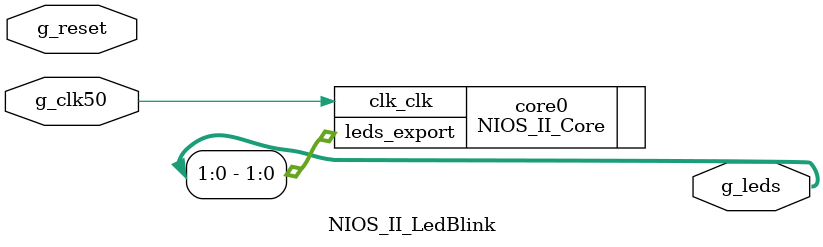
<source format=v>
/**
 * NIOS_II_LedBlink.v
 * 
 */

module NIOS_II_LedBlink
(
  input                      g_clk50,
  input                      g_reset,

  output               [7:0] g_leds
);

NIOS_II_Core core0
(
  .clk_clk       ( g_clk50 ),
  .leds_export   ( g_leds[1:0] )
);

endmodule

</source>
